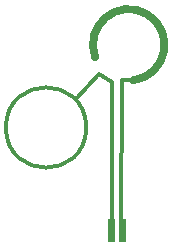
<source format=gbr>
G04 #@! TF.GenerationSoftware,KiCad,Pcbnew,(7.0.0)*
G04 #@! TF.CreationDate,2023-08-02T19:43:27-07:00*
G04 #@! TF.ProjectId,EWL_FlexPC,45574c5f-466c-4657-9850-432e6b696361,rev?*
G04 #@! TF.SameCoordinates,Original*
G04 #@! TF.FileFunction,Copper,L1,Top*
G04 #@! TF.FilePolarity,Positive*
%FSLAX46Y46*%
G04 Gerber Fmt 4.6, Leading zero omitted, Abs format (unit mm)*
G04 Created by KiCad (PCBNEW (7.0.0)) date 2023-08-02 19:43:27*
%MOMM*%
%LPD*%
G01*
G04 APERTURE LIST*
G04 #@! TA.AperFunction,NonConductor*
%ADD10C,0.700000*%
G04 #@! TD*
G04 #@! TA.AperFunction,NonConductor*
%ADD11C,0.300000*%
G04 #@! TD*
G04 #@! TA.AperFunction,NonConductor*
%ADD12C,0.304800*%
G04 #@! TD*
G04 #@! TA.AperFunction,NonConductor*
%ADD13C,0.100000*%
G04 #@! TD*
G04 #@! TA.AperFunction,ViaPad*
%ADD14C,0.508000*%
G04 #@! TD*
G04 APERTURE END LIST*
D10*
X50400000Y-32999999D02*
G75*
G03*
X47155975Y-31035140I-400000J2999999D01*
G01*
D11*
X46400000Y-37000000D02*
G75*
G03*
X46400000Y-37000000I-3400000J0D01*
G01*
D12*
X48575000Y-45450000D02*
X48600000Y-33150000D01*
X49375000Y-45450000D02*
X49400000Y-33000000D01*
X47509016Y-32490984D02*
X45500000Y-34600000D01*
D13*
G36*
X49680000Y-46645000D02*
G01*
X49180000Y-46645000D01*
X49180000Y-46545000D01*
X49180000Y-44770000D01*
X49680000Y-44770000D01*
X49680000Y-46645000D01*
G37*
X49680000Y-46645000D02*
X49180000Y-46645000D01*
X49180000Y-46545000D01*
X49180000Y-44770000D01*
X49680000Y-44770000D01*
X49680000Y-46645000D01*
G36*
X48770000Y-46650000D02*
G01*
X48270000Y-46650000D01*
X48270000Y-46550000D01*
X48270000Y-44775000D01*
X48770000Y-44775000D01*
X48770000Y-46650000D01*
G37*
X48770000Y-46650000D02*
X48270000Y-46650000D01*
X48270000Y-46550000D01*
X48270000Y-44775000D01*
X48770000Y-44775000D01*
X48770000Y-46650000D01*
D12*
X47509016Y-32490984D02*
X48600000Y-33150000D01*
X49400000Y-33000000D02*
X50400000Y-33000000D01*
D14*
X48520000Y-46075000D03*
X49430317Y-46048808D03*
M02*

</source>
